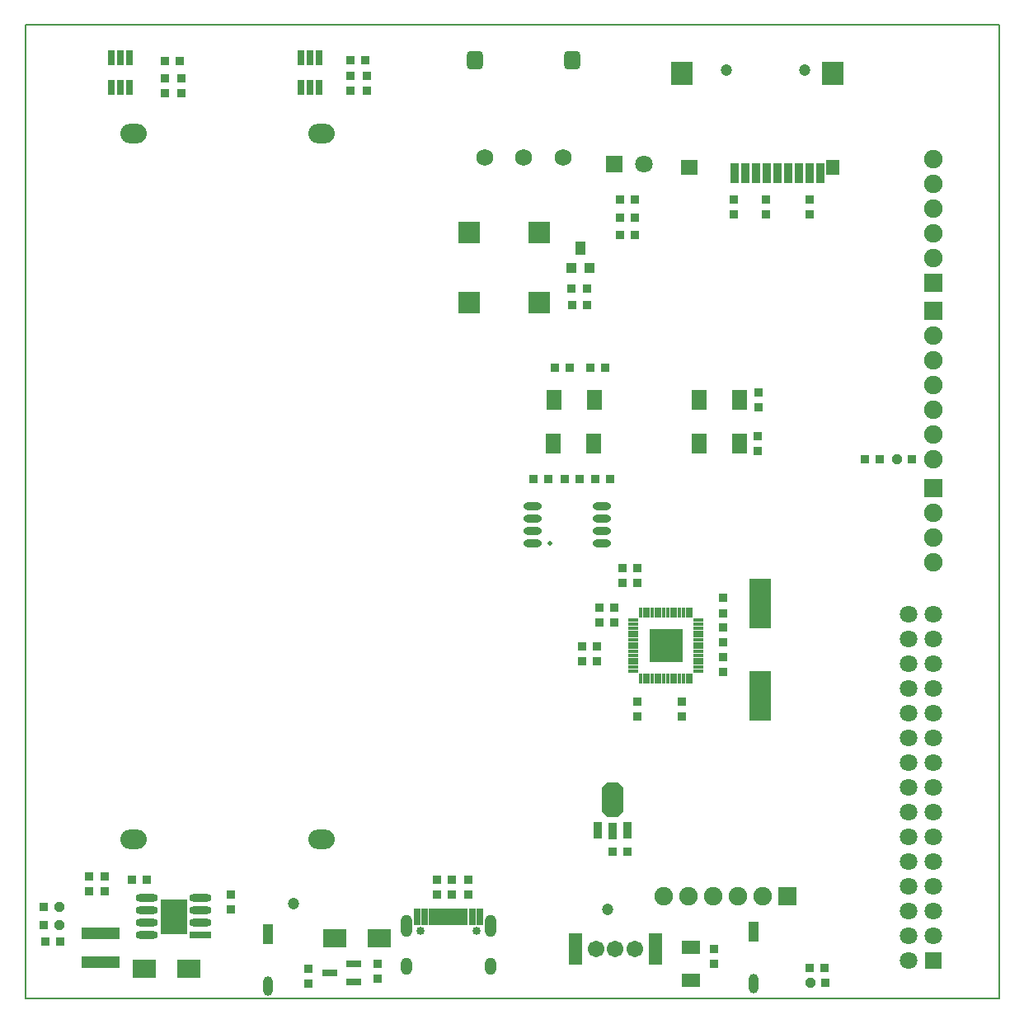
<source format=gts>
G04*
G04 #@! TF.GenerationSoftware,Altium Limited,Altium Designer,20.2.6 (244)*
G04*
G04 Layer_Color=8388736*
%FSLAX25Y25*%
%MOIN*%
G70*
G04*
G04 #@! TF.SameCoordinates,691D88A1-B60F-4D24-9C51-7A430DCC900A*
G04*
G04*
G04 #@! TF.FilePolarity,Negative*
G04*
G01*
G75*
%ADD13C,0.00787*%
%ADD48C,0.04737*%
%ADD49O,0.07493X0.03162*%
%ADD50R,0.03162X0.06509*%
%ADD51R,0.01981X0.06509*%
%ADD52R,0.13398X0.13398*%
%ADD53R,0.04343X0.01587*%
%ADD54R,0.01587X0.04343*%
%ADD55R,0.06115X0.07887*%
%ADD56R,0.08800X0.09461*%
%ADD57R,0.07099X0.06312*%
%ADD58R,0.05524X0.06312*%
%ADD59R,0.03556X0.07887*%
%ADD60R,0.03800X0.03800*%
%ADD61R,0.03800X0.03800*%
%ADD62P,0.04113X8X202.5*%
%ADD63O,0.03950X0.07887*%
%ADD64R,0.03950X0.07887*%
%ADD65R,0.10642X0.14186*%
%ADD66O,0.09068X0.03162*%
%ADD67R,0.09068X0.03162*%
%ADD68R,0.07300X0.05800*%
%ADD69R,0.08674X0.08674*%
%ADD70R,0.04400X0.04400*%
%ADD71R,0.04400X0.05800*%
%ADD72R,0.02965X0.06312*%
G04:AMPARAMS|DCode=73|XSize=86.74mil|YSize=141.86mil|CornerRadius=0mil|HoleSize=0mil|Usage=FLASHONLY|Rotation=180.000|XOffset=0mil|YOffset=0mil|HoleType=Round|Shape=Octagon|*
%AMOCTAGOND73*
4,1,8,0.02169,-0.07093,-0.02169,-0.07093,-0.04337,-0.04924,-0.04337,0.04924,-0.02169,0.07093,0.02169,0.07093,0.04337,0.04924,0.04337,-0.04924,0.02169,-0.07093,0.0*
%
%ADD73OCTAGOND73*%

%ADD74R,0.03556X0.07099*%
%ADD75R,0.08674X0.20485*%
%ADD76R,0.06312X0.03162*%
%ADD77R,0.09461X0.07690*%
%ADD78R,0.15367X0.05131*%
%ADD79C,0.07493*%
%ADD80R,0.07493X0.07493*%
%ADD81O,0.10642X0.07887*%
%ADD82C,0.03359*%
%ADD83O,0.04737X0.07099*%
%ADD84O,0.04737X0.09068*%
%ADD85C,0.06800*%
G04:AMPARAMS|DCode=86|XSize=68mil|YSize=74.93mil|CornerRadius=19mil|HoleSize=0mil|Usage=FLASHONLY|Rotation=0.000|XOffset=0mil|YOffset=0mil|HoleType=Round|Shape=RoundedRectangle|*
%AMROUNDEDRECTD86*
21,1,0.06800,0.03693,0,0,0.0*
21,1,0.03000,0.07493,0,0,0.0*
1,1,0.03800,0.01500,-0.01846*
1,1,0.03800,-0.01500,-0.01846*
1,1,0.03800,-0.01500,0.01846*
1,1,0.03800,0.01500,0.01846*
%
%ADD86ROUNDEDRECTD86*%
%ADD87R,0.07493X0.07493*%
%ADD88C,0.06706*%
%ADD89R,0.05524X0.12611*%
%ADD90R,0.07099X0.07099*%
%ADD91C,0.07099*%
%ADD92R,0.07099X0.07099*%
%ADD93C,0.01968*%
D13*
Y393701D01*
X393701D01*
Y0D02*
Y393701D01*
X0Y0D02*
X393701D01*
D48*
X235500Y36000D02*
D03*
X108500Y38500D02*
D03*
X283500Y375500D02*
D03*
X314996D02*
D03*
D49*
X205024Y199000D02*
D03*
Y194000D02*
D03*
Y189000D02*
D03*
Y184000D02*
D03*
X232976Y199000D02*
D03*
Y194000D02*
D03*
Y189000D02*
D03*
Y184000D02*
D03*
D50*
X161354Y33000D02*
D03*
X158303D02*
D03*
X180646D02*
D03*
X183697D02*
D03*
D51*
X164110D02*
D03*
X170016D02*
D03*
X168047D02*
D03*
X166079D02*
D03*
X177890D02*
D03*
X171984D02*
D03*
X173953D02*
D03*
X175921D02*
D03*
D52*
X258937Y142713D02*
D03*
D53*
X245650Y132476D02*
D03*
Y134051D02*
D03*
Y135626D02*
D03*
Y137201D02*
D03*
Y138776D02*
D03*
Y140350D02*
D03*
Y141925D02*
D03*
Y143500D02*
D03*
Y145075D02*
D03*
Y146650D02*
D03*
Y148224D02*
D03*
Y149799D02*
D03*
Y151374D02*
D03*
Y152949D02*
D03*
X272224D02*
D03*
Y151374D02*
D03*
Y149799D02*
D03*
Y148224D02*
D03*
Y146650D02*
D03*
Y145075D02*
D03*
Y143500D02*
D03*
Y141925D02*
D03*
Y140350D02*
D03*
Y138776D02*
D03*
Y137201D02*
D03*
Y135626D02*
D03*
Y134051D02*
D03*
Y132476D02*
D03*
D54*
X248701Y156000D02*
D03*
X250276D02*
D03*
X251850D02*
D03*
X253425D02*
D03*
X255000D02*
D03*
X256575D02*
D03*
X258150D02*
D03*
X259724D02*
D03*
X261299D02*
D03*
X262874D02*
D03*
X264449D02*
D03*
X266024D02*
D03*
X267598D02*
D03*
X269173D02*
D03*
Y129425D02*
D03*
X267598D02*
D03*
X266024D02*
D03*
X264449D02*
D03*
X262874D02*
D03*
X261299D02*
D03*
X259724D02*
D03*
X258150D02*
D03*
X256575D02*
D03*
X255000D02*
D03*
X253425D02*
D03*
X251850D02*
D03*
X250276D02*
D03*
X248701D02*
D03*
D55*
X272331Y242000D02*
D03*
X288669D02*
D03*
X213831D02*
D03*
X230169D02*
D03*
X272331Y224500D02*
D03*
X288669D02*
D03*
X229669D02*
D03*
X213331D02*
D03*
D56*
X265390Y373925D02*
D03*
X326413D02*
D03*
D57*
X268539Y336130D02*
D03*
D58*
X326413D02*
D03*
D59*
X286650Y333661D02*
D03*
X290980D02*
D03*
X295311D02*
D03*
X299642D02*
D03*
X303972D02*
D03*
X312634D02*
D03*
X316965D02*
D03*
X321295D02*
D03*
X308303D02*
D03*
D60*
X286500Y323059D02*
D03*
Y316941D02*
D03*
X317000Y323059D02*
D03*
Y316941D02*
D03*
X299500Y323059D02*
D03*
Y316941D02*
D03*
X179000Y41941D02*
D03*
Y48059D02*
D03*
X278500Y13941D02*
D03*
Y20059D02*
D03*
X83000Y42059D02*
D03*
Y35941D02*
D03*
X142500Y14059D02*
D03*
Y7941D02*
D03*
X114500Y5941D02*
D03*
Y12059D02*
D03*
X265500Y113941D02*
D03*
Y120059D02*
D03*
X247500Y113941D02*
D03*
Y120059D02*
D03*
X282000Y131941D02*
D03*
Y138059D02*
D03*
Y162000D02*
D03*
Y155882D02*
D03*
Y150059D02*
D03*
Y143941D02*
D03*
X296500Y238941D02*
D03*
Y245059D02*
D03*
X296000Y221441D02*
D03*
Y227559D02*
D03*
X56500Y372059D02*
D03*
Y365941D02*
D03*
X63000Y372059D02*
D03*
Y365941D02*
D03*
X131500Y373059D02*
D03*
Y366941D02*
D03*
X138000Y373059D02*
D03*
Y366941D02*
D03*
X172500Y48118D02*
D03*
Y42000D02*
D03*
X166400Y48118D02*
D03*
Y42000D02*
D03*
D61*
X31941Y43500D02*
D03*
X25823D02*
D03*
X31941Y49380D02*
D03*
X25823D02*
D03*
X323559Y6500D02*
D03*
X323059Y12500D02*
D03*
X316941D02*
D03*
X42941Y48000D02*
D03*
X49059D02*
D03*
X225000Y136500D02*
D03*
X231118D02*
D03*
X225000Y142500D02*
D03*
X231118D02*
D03*
X232000Y158000D02*
D03*
X238118D02*
D03*
X232000Y152000D02*
D03*
X238118D02*
D03*
X241441Y168000D02*
D03*
X247559D02*
D03*
X241441Y174000D02*
D03*
X247559D02*
D03*
X217941Y210000D02*
D03*
X224059D02*
D03*
X230441D02*
D03*
X236559D02*
D03*
X234559Y255000D02*
D03*
X228441D02*
D03*
X220059D02*
D03*
X213941D02*
D03*
X339441Y218000D02*
D03*
X345559D02*
D03*
X227000Y287000D02*
D03*
X220882D02*
D03*
X240441Y323000D02*
D03*
X246559D02*
D03*
X240441Y308787D02*
D03*
X246559D02*
D03*
X62559Y379000D02*
D03*
X56441D02*
D03*
X137559Y379500D02*
D03*
X131441D02*
D03*
X240441Y315787D02*
D03*
X246559D02*
D03*
X237441Y59500D02*
D03*
X243559D02*
D03*
X227059Y280500D02*
D03*
X220941D02*
D03*
X205441Y210000D02*
D03*
X211559D02*
D03*
X358559Y218001D02*
D03*
X8084Y23000D02*
D03*
X14202D02*
D03*
X7541Y29682D02*
D03*
Y37206D02*
D03*
D62*
X317441Y6500D02*
D03*
X352441Y218001D02*
D03*
X13659Y29682D02*
D03*
Y37206D02*
D03*
D63*
X98000Y5067D02*
D03*
X294500Y6067D02*
D03*
D64*
X98000Y25933D02*
D03*
X294500Y26933D02*
D03*
D65*
X60039Y33169D02*
D03*
D66*
X49213Y40669D02*
D03*
Y35669D02*
D03*
Y30669D02*
D03*
Y25669D02*
D03*
X70866Y40669D02*
D03*
Y35669D02*
D03*
Y30669D02*
D03*
D67*
Y25669D02*
D03*
D68*
X269000Y20750D02*
D03*
Y7250D02*
D03*
D69*
X207673Y281327D02*
D03*
Y309673D02*
D03*
X179327D02*
D03*
Y281327D02*
D03*
D70*
X220700Y295500D02*
D03*
X228200D02*
D03*
D71*
X224500Y303500D02*
D03*
D72*
X118740Y380311D02*
D03*
X115000D02*
D03*
X111260D02*
D03*
Y368500D02*
D03*
X115000D02*
D03*
X118740D02*
D03*
X42240Y380311D02*
D03*
X38500D02*
D03*
X34760D02*
D03*
Y368500D02*
D03*
X38500D02*
D03*
X42240D02*
D03*
D73*
X237494Y80407D02*
D03*
D74*
X243299Y67920D02*
D03*
X237394Y67907D02*
D03*
X231488Y67920D02*
D03*
D75*
X297000Y122299D02*
D03*
Y159701D02*
D03*
D76*
X123000Y10500D02*
D03*
X132897Y14240D02*
D03*
Y6759D02*
D03*
D77*
X124945Y24500D02*
D03*
X143055D02*
D03*
X66055Y12000D02*
D03*
X47945D02*
D03*
D78*
X30500Y26406D02*
D03*
Y14594D02*
D03*
D79*
X258000Y41500D02*
D03*
X268000D02*
D03*
X278000D02*
D03*
X288000D02*
D03*
X298000D02*
D03*
X367000Y339500D02*
D03*
Y329500D02*
D03*
Y319500D02*
D03*
Y309500D02*
D03*
Y299500D02*
D03*
X367106Y196500D02*
D03*
Y186500D02*
D03*
Y176500D02*
D03*
X367000Y218000D02*
D03*
Y268000D02*
D03*
Y258000D02*
D03*
Y248000D02*
D03*
Y238000D02*
D03*
Y228000D02*
D03*
D80*
X308000Y41500D02*
D03*
D81*
X43661Y349764D02*
D03*
X119646D02*
D03*
Y64331D02*
D03*
X43661D02*
D03*
D82*
X182378Y27311D02*
D03*
X159622D02*
D03*
D83*
X188008Y12941D02*
D03*
X153992D02*
D03*
D84*
X188008Y29398D02*
D03*
X153992D02*
D03*
D85*
X185752Y339972D02*
D03*
X201500D02*
D03*
X217248D02*
D03*
D86*
X181815Y379343D02*
D03*
X221185D02*
D03*
D87*
X367000Y289500D02*
D03*
X367106Y206500D02*
D03*
X367000Y278000D02*
D03*
D88*
X230626Y20197D02*
D03*
X238500Y20197D02*
D03*
X246374Y20197D02*
D03*
D89*
X222359D02*
D03*
X254642D02*
D03*
D90*
X238189Y337500D02*
D03*
D91*
X250000D02*
D03*
X357000Y15500D02*
D03*
X367000Y25500D02*
D03*
X357000D02*
D03*
X367000Y35500D02*
D03*
X357000D02*
D03*
X367000Y45500D02*
D03*
X357000D02*
D03*
X367000Y55500D02*
D03*
X357000D02*
D03*
X367000Y65500D02*
D03*
X357000D02*
D03*
X367000Y75500D02*
D03*
X357000D02*
D03*
X367000Y85500D02*
D03*
X357000D02*
D03*
X367000Y95500D02*
D03*
X357000D02*
D03*
X367000Y105500D02*
D03*
X357000D02*
D03*
X367000Y115500D02*
D03*
X357000D02*
D03*
X367000Y125500D02*
D03*
X357000D02*
D03*
X367000Y135500D02*
D03*
X357000D02*
D03*
X367000Y145500D02*
D03*
X357000D02*
D03*
X367000Y155500D02*
D03*
X357000D02*
D03*
D92*
X367000Y15500D02*
D03*
D93*
X212000Y184000D02*
D03*
X62500Y29500D02*
D03*
Y33500D02*
D03*
M02*

</source>
